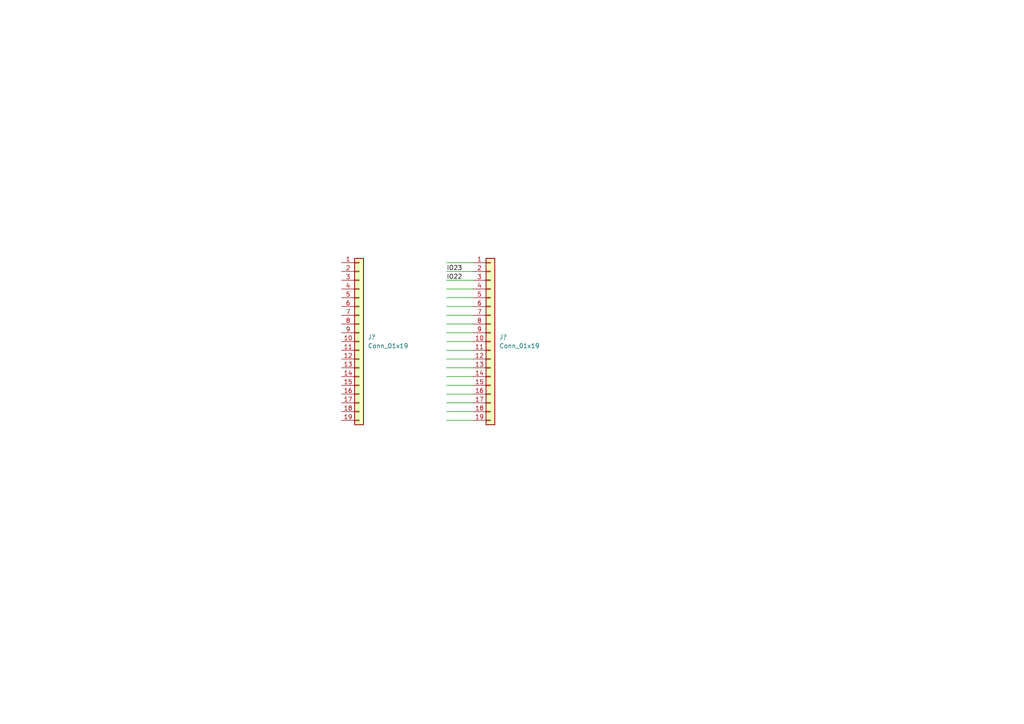
<source format=kicad_sch>
(kicad_sch (version 20211123) (generator eeschema)
  (paper "A4")
  (lib_symbols
    (symbol "Connector_Generic:Conn_01x19" (pin_names (offset 1.016) hide)
      (property "Reference" "J" (at 0 25.4 0))
      (property "Value" "Conn_01x19" (at 0 -25.4 0))
      (symbol "Conn_01x19_1_1"
        (rectangle (start -1.27 -22.733) (end 0 -22.987) (stroke (width 0.1524)))
        (rectangle (start -1.27 -20.193) (end 0 -20.447) (stroke (width 0.1524)))
        (rectangle (start -1.27 -17.653) (end 0 -17.907) (stroke (width 0.1524)))
        (rectangle (start -1.27 -15.113) (end 0 -15.367) (stroke (width 0.1524)))
        (rectangle (start -1.27 -12.573) (end 0 -12.827) (stroke (width 0.1524)))
        (rectangle (start -1.27 -10.033) (end 0 -10.287) (stroke (width 0.1524)))
        (rectangle (start -1.27 -7.493) (end 0 -7.747) (stroke (width 0.1524)))
        (rectangle (start -1.27 -4.953) (end 0 -5.207) (stroke (width 0.1524)))
        (rectangle (start -1.27 -2.413) (end 0 -2.667) (stroke (width 0.1524)))
        (rectangle (start -1.27 0.127) (end 0 -0.127) (stroke (width 0.1524)))
        (rectangle (start -1.27 2.667) (end 0 2.413) (stroke (width 0.1524)))
        (rectangle (start -1.27 5.207) (end 0 4.953) (stroke (width 0.1524)))
        (rectangle (start -1.27 7.747) (end 0 7.493) (stroke (width 0.1524)))
        (rectangle (start -1.27 10.287) (end 0 10.033) (stroke (width 0.1524)))
        (rectangle (start -1.27 12.827) (end 0 12.573) (stroke (width 0.1524)))
        (rectangle (start -1.27 15.367) (end 0 15.113) (stroke (width 0.1524)))
        (rectangle (start -1.27 17.907) (end 0 17.653) (stroke (width 0.1524)))
        (rectangle (start -1.27 20.447) (end 0 20.193) (stroke (width 0.1524)))
        (rectangle (start -1.27 22.987) (end 0 22.733) (stroke (width 0.1524)))
        (rectangle (start -1.27 24.13) (end 1.27 -24.13) (stroke (width 0.254)) (fill (type background)))
        (pin passive line (at -5.08 22.86 0) (length 3.81) (name "Pin_1") (number "1"))
        (pin passive line (at -5.08 0 0) (length 3.81) (name "Pin_10") (number "10"))
        (pin passive line (at -5.08 -2.54 0) (length 3.81) (name "Pin_11") (number "11"))
        (pin passive line (at -5.08 -5.08 0) (length 3.81) (name "Pin_12") (number "12"))
        (pin passive line (at -5.08 -7.62 0) (length 3.81) (name "Pin_13") (number "13"))
        (pin passive line (at -5.08 -10.16 0) (length 3.81) (name "Pin_14") (number "14"))
        (pin passive line (at -5.08 -12.7 0) (length 3.81) (name "Pin_15") (number "15"))
        (pin passive line (at -5.08 -15.24 0) (length 3.81) (name "Pin_16") (number "16"))
        (pin passive line (at -5.08 -17.78 0) (length 3.81) (name "Pin_17") (number "17"))
        (pin passive line (at -5.08 -20.32 0) (length 3.81) (name "Pin_18") (number "18"))
        (pin passive line (at -5.08 -22.86 0) (length 3.81) (name "Pin_19") (number "19"))
        (pin passive line (at -5.08 20.32 0) (length 3.81) (name "Pin_2") (number "2"))
        (pin passive line (at -5.08 17.78 0) (length 3.81) (name "Pin_3") (number "3"))
        (pin passive line (at -5.08 15.24 0) (length 3.81) (name "Pin_4") (number "4"))
        (pin passive line (at -5.08 12.7 0) (length 3.81) (name "Pin_5") (number "5"))
        (pin passive line (at -5.08 10.16 0) (length 3.81) (name "Pin_6") (number "6"))
        (pin passive line (at -5.08 7.62 0) (length 3.81) (name "Pin_7") (number "7"))
        (pin passive line (at -5.08 5.08 0) (length 3.81) (name "Pin_8") (number "8"))
        (pin passive line (at -5.08 2.54 0) (length 3.81) (name "Pin_9") (number "9"))
      )
    )
  )
  (wire (pts (xy 129.54 81.28) (xy 137.16 81.28)))
  (wire (pts (xy 129.54 119.38) (xy 137.16 119.38)))
  (wire (pts (xy 129.54 91.44) (xy 137.16 91.44)))
  (wire (pts (xy 129.54 116.84) (xy 137.16 116.84)))
  (wire (pts (xy 129.54 111.76) (xy 137.16 111.76)))
  (wire (pts (xy 129.54 78.74) (xy 137.16 78.74)))
  (wire (pts (xy 129.54 93.98) (xy 137.16 93.98)))
  (wire (pts (xy 129.54 121.92) (xy 137.16 121.92)))
  (wire (pts (xy 129.54 114.3) (xy 137.16 114.3)))
  (wire (pts (xy 129.54 76.2) (xy 137.16 76.2)))
  (wire (pts (xy 129.54 104.14) (xy 137.16 104.14)))
  (wire (pts (xy 129.54 88.9) (xy 137.16 88.9)))
  (wire (pts (xy 129.54 106.68) (xy 137.16 106.68)))
  (wire (pts (xy 129.54 83.82) (xy 137.16 83.82)))
  (wire (pts (xy 129.54 86.36) (xy 137.16 86.36)))
  (wire (pts (xy 129.54 109.22) (xy 137.16 109.22)))
  (wire (pts (xy 129.54 101.6) (xy 137.16 101.6)))
  (wire (pts (xy 129.54 96.52) (xy 137.16 96.52)))
  (wire (pts (xy 129.54 99.06) (xy 137.16 99.06)))
  (label "IO22" (at 129.54 81.28 0))
  (label "IO23" (at 129.54 78.74 0))
  (symbol (lib_id "Connector_Generic:Conn_01x19") (at 142.24 99.06 0) (unit 1)
    (property "Reference" "J?" (at 144.78 97.7899 0) (effects (justify left)))
    (property "Value" "Conn_01x19" (at 144.78 100.3299 0) (effects (justify left)))
  )
  (symbol (lib_id "Connector_Generic:Conn_01x19") (at 104.14 99.06 0) (unit 1)
    (property "Reference" "J?" (at 106.68 97.7899 0) (effects (justify left)))
    (property "Value" "Conn_01x19" (at 106.68 100.3299 0) (effects (justify left)))
  )
)
</source>
